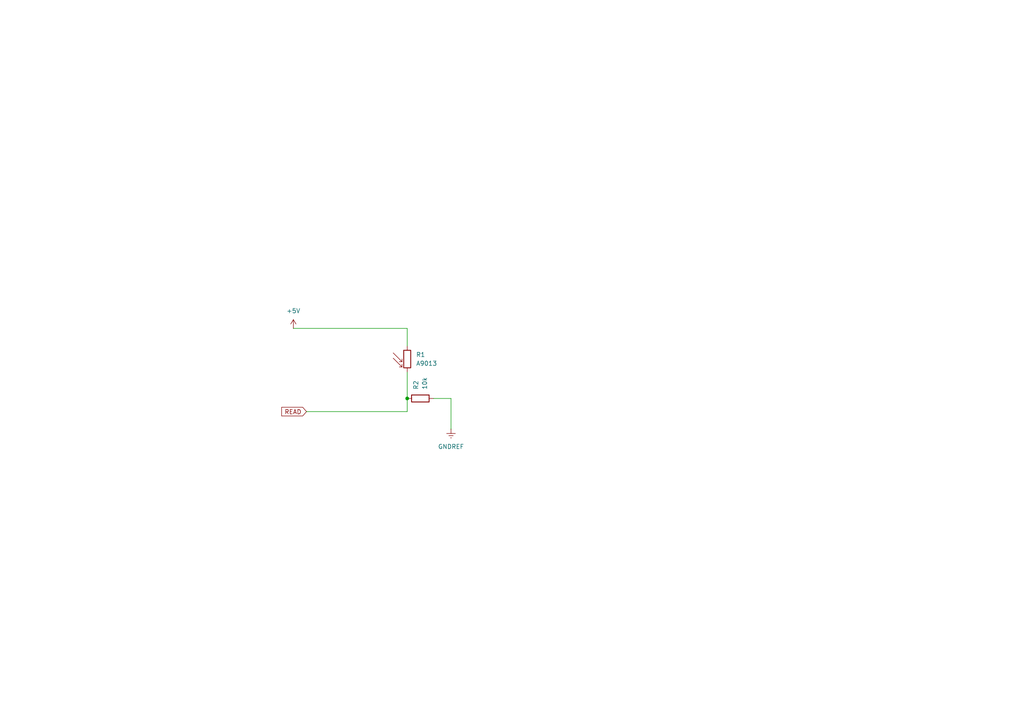
<source format=kicad_sch>
(kicad_sch (version 20250114) (generator "eeschema") (generator_version "9.0")
  (paper "A4")
  (lib_symbols
    (symbol "Device:R" (pin_numbers (hide yes)) (pin_names (offset 0))
      (property "Reference" "R" (at 2.032 0 90))
      (property "Value" "R" (at 0 0 90))
      (symbol "R_0_1"
        (rectangle (start -1.016 -2.54) (end 1.016 2.54) (stroke (width 0.254)))
      )
      (symbol "R_1_1"
        (pin passive line (at 0 3.81 270) (length 1.27) (name "~") (number "1"))
        (pin passive line (at 0 -3.81 90) (length 1.27) (name "~") (number "2"))
      )
    )
    (symbol "Sensor_Optical:A9013" (pin_numbers (hide yes)) (pin_names (offset 0))
      (property "Reference" "R" (at -5.08 0 90))
      (property "Value" "A9013" (at 1.905 0 90))
      (symbol "A9013_0_1"
        (polyline (pts (xy -1.524 -0.762) (xy -4.064 1.778)))
        (polyline (pts (xy -1.524 -0.762) (xy -2.286 -0.762)))
        (polyline (pts (xy -1.524 -0.762) (xy -1.524 0)))
        (polyline (pts (xy -1.524 -2.286) (xy -4.064 0.254)))
        (polyline (pts (xy -1.524 -2.286) (xy -2.286 -2.286)))
        (polyline (pts (xy -1.524 -2.286) (xy -1.524 -1.524)))
        (rectangle (start -1.016 2.54) (end 1.016 -2.54) (stroke (width 0.254)))
      )
      (symbol "A9013_1_1"
        (pin passive line (at 0 3.81 270) (length 1.27) (name "~") (number "1"))
        (pin passive line (at 0 -3.81 90) (length 1.27) (name "~") (number "2"))
      )
    )
    (symbol "power:+5V" (power) (pin_numbers (hide yes)) (pin_names (offset 0) (hide yes))
      (property "Value" "+5V" (at 0 3.556 0))
      (symbol "+5V_0_1"
        (polyline (pts (xy -0.762 1.27) (xy 0 2.54)))
        (polyline (pts (xy 0 2.54) (xy 0.762 1.27)))
        (polyline (pts (xy 0 0) (xy 0 2.54)))
      )
      (symbol "+5V_1_1"
        (pin power_in line (at 0 0 90) (length 0) (name "~") (number "1"))
      )
    )
    (symbol "power:GNDREF" (power) (pin_numbers (hide yes)) (pin_names (offset 0) (hide yes))
      (property "Value" "GNDREF" (at 0 -3.81 0))
      (symbol "GNDREF_0_1"
        (polyline (pts (xy -0.635 -1.905) (xy 0.635 -1.905)))
        (polyline (pts (xy -0.127 -2.54) (xy 0.127 -2.54)))
        (polyline (pts (xy 0 -1.27) (xy 0 0)))
        (polyline (pts (xy 1.27 -1.27) (xy -1.27 -1.27)))
      )
      (symbol "GNDREF_1_1"
        (pin power_in line (at 0 0 270) (length 0) (name "~") (number "1"))
      )
    )
  )
  (junction (at 118.11 115.57))
  (wire (pts (xy 85.09 95.25) (xy 118.11 95.25)))
  (wire (pts (xy 125.73 115.57) (xy 130.81 115.57)))
  (wire (pts (xy 130.81 115.57) (xy 130.81 124.46)))
  (wire (pts (xy 118.11 119.38) (xy 118.11 115.57)))
  (wire (pts (xy 118.11 95.25) (xy 118.11 100.33)))
  (wire (pts (xy 118.11 107.95) (xy 118.11 115.57)))
  (wire (pts (xy 88.9 119.38) (xy 118.11 119.38)))
  (global_label "READ" (shape input) (at 88.9 119.38 180) (property "Intersheetrefs" "${INTERSHEET_REFS}" (effects (hide yes))))
  (symbol (lib_id "Sensor_Optical:A9013") (at 118.11 104.14 0) (unit 1)
    (property "Reference" "R1" (at 120.65 102.8699 0) (effects (justify left)))
    (property "Value" "A9013" (at 120.65 105.4099 0) (effects (justify left)))
    (property "Footprint" "OptoDevice:R_LDR_5.0x4.1mm_P3mm_Vertical" (effects (hide yes)))
    (property "Datasheet" "http://www.produktinfo.conrad.com/datenblaetter/125000-149999/145475-da-01-en-FOTOWIDERSTAND_A_9060_A_9013.pdf" (effects (hide yes)))
    (property "Description" "light dependent resistor" (effects (hide yes)))
  )
  (symbol (lib_id "power:+5V") (at 85.09 95.25 0) (unit 1)
    (property "Reference" "#PWR01" (effects (hide yes)))
    (property "Value" "+5V" (at 85.09 90.17 0))
    (property "Description" "Power symbol creates a global label with name \"+5V\"" (effects (hide yes)))
  )
  (symbol (lib_id "power:GNDREF") (at 130.81 124.46 0) (unit 1)
    (property "Reference" "#PWR02" (effects (hide yes)))
    (property "Value" "GNDREF" (at 130.81 129.54 0))
    (property "Description" "Power symbol creates a global label with name \"GNDREF\" , reference supply ground" (effects (hide yes)))
  )
  (symbol (lib_id "Device:R") (at 121.92 115.57 90) (unit 1)
    (property "Reference" "R2" (at 120.6499 113.03 0) (effects (justify left)))
    (property "Value" "10k" (at 123.1899 113.03 0) (effects (justify left)))
    (property "Description" "Resistor" (effects (hide yes)))
  )
)
</source>
